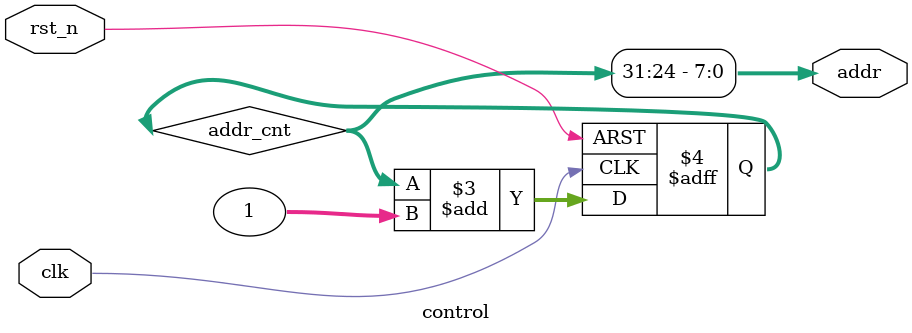
<source format=v>
module control (clk, rst_n, addr);

	input clk, rst_n;
	
	output [7:0] addr;
	
	parameter pword = 0;		// phase control word
	parameter fword = 1;		// frequency control word
	
	reg [31:0] addr_cnt;		// address counter
	
	assign addr = addr_cnt[31:24];
	
	always @ (posedge clk or negedge rst_n)
		begin
			if (!rst_n)
				begin
					addr_cnt[31:24] <= pword;
					addr_cnt[23:0] <= 24'd0;
				end
			else
				addr_cnt <= addr_cnt + fword;
		end

endmodule

</source>
